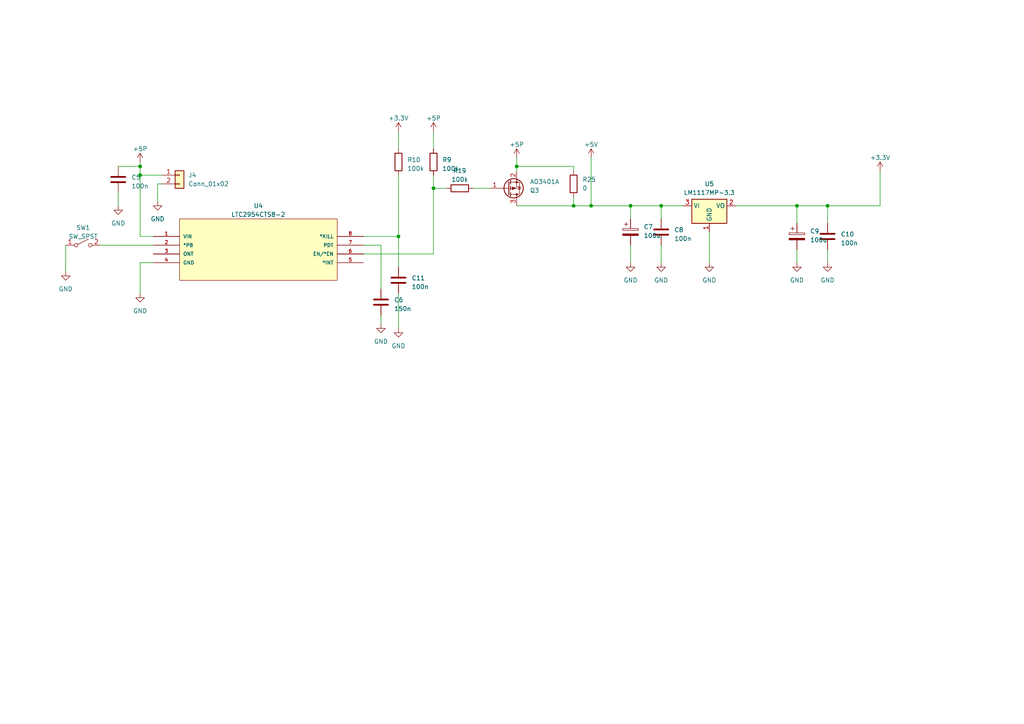
<source format=kicad_sch>
(kicad_sch (version 20231120) (generator "eeschema") (generator_version "8.0")
  (paper "A4")
  (lib_symbols
    (symbol "Connector_Generic:Conn_01x02" (pin_names (offset 1.016) hide)
      (property "Reference" "J" (at 0 2.54 0))
      (property "Value" "Conn_01x02" (at 0 -5.08 0))
      (symbol "Conn_01x02_1_1"
        (rectangle (start -1.27 -2.413) (end 0 -2.667) (stroke (width 0.1524)))
        (rectangle (start -1.27 0.127) (end 0 -0.127) (stroke (width 0.1524)))
        (rectangle (start -1.27 1.27) (end 1.27 -3.81) (stroke (width 0.254)) (fill (type background)))
        (pin passive line (at -5.08 0 0) (length 3.81) (name "Pin_1") (number "1"))
        (pin passive line (at -5.08 -2.54 0) (length 3.81) (name "Pin_2") (number "2"))
      )
    )
    (symbol "Device:C" (pin_numbers hide) (pin_names (offset 0.254))
      (property "Reference" "C" (at 0.635 2.54 0))
      (property "Value" "C" (at 0.635 -2.54 0))
      (symbol "C_0_1"
        (polyline (pts (xy -2.032 -0.762) (xy 2.032 -0.762)) (stroke (width 0.508)))
        (polyline (pts (xy -2.032 0.762) (xy 2.032 0.762)) (stroke (width 0.508)))
      )
      (symbol "C_1_1"
        (pin passive line (at 0 3.81 270) (length 2.794) (name "~") (number "1"))
        (pin passive line (at 0 -3.81 90) (length 2.794) (name "~") (number "2"))
      )
    )
    (symbol "Device:C_Polarized" (pin_numbers hide) (pin_names (offset 0.254))
      (property "Reference" "C" (at 0.635 2.54 0))
      (property "Value" "C_Polarized" (at 0.635 -2.54 0))
      (symbol "C_Polarized_0_1"
        (rectangle (start -2.286 0.508) (end 2.286 1.016))
        (polyline (pts (xy -1.778 2.286) (xy -0.762 2.286)))
        (polyline (pts (xy -1.27 2.794) (xy -1.27 1.778)))
        (rectangle (start 2.286 -0.508) (end -2.286 -1.016) (fill (type outline)))
      )
      (symbol "C_Polarized_1_1"
        (pin passive line (at 0 3.81 270) (length 2.794) (name "~") (number "1"))
        (pin passive line (at 0 -3.81 90) (length 2.794) (name "~") (number "2"))
      )
    )
    (symbol "Device:R" (pin_numbers hide) (pin_names (offset 0))
      (property "Reference" "R" (at 2.032 0 90))
      (property "Value" "R" (at 0 0 90))
      (symbol "R_0_1"
        (rectangle (start -1.016 -2.54) (end 1.016 2.54) (stroke (width 0.254)))
      )
      (symbol "R_1_1"
        (pin passive line (at 0 3.81 270) (length 1.27) (name "~") (number "1"))
        (pin passive line (at 0 -3.81 90) (length 1.27) (name "~") (number "2"))
      )
    )
    (symbol "LTC2954:LTC2954CTS8-2" (pin_names (offset 1.016))
      (property "Reference" "U" (at 25.7642 9.1216 0))
      (property "Value" "LTC2954CTS8-2" (at 25.1276 6.5804 0))
      (symbol "LTC2954CTS8-2_0_0"
        (rectangle (start 7.62 -12.7) (end 53.34 5.08) (stroke (width 0.1524)) (fill (type background)))
        (pin input line (at 0 0 0) (length 7.62) (name "VIN") (number "1"))
        (pin input line (at 0 -2.54 0) (length 7.62) (name "*PB") (number "2"))
        (pin input line (at 0 -5.08 0) (length 7.62) (name "ONT") (number "3"))
        (pin power_in line (at 0 -7.62 0) (length 7.62) (name "GND") (number "4"))
        (pin output line (at 60.96 -7.62 180) (length 7.62) (name "*INT") (number "5"))
        (pin output line (at 60.96 -5.08 180) (length 7.62) (name "EN/*EN") (number "6"))
        (pin input line (at 60.96 -2.54 180) (length 7.62) (name "PDT") (number "7"))
        (pin input line (at 60.96 0 180) (length 7.62) (name "*KILL") (number "8"))
      )
    )
    (symbol "Regulator_Linear:LM1117MP-3.3"
      (property "Reference" "U" (at -3.81 3.175 0))
      (property "Value" "LM1117MP-3.3" (at 0 3.175 0))
      (symbol "LM1117MP-3.3_0_1"
        (rectangle (start -5.08 -5.08) (end 5.08 1.905) (stroke (width 0.254)) (fill (type background)))
      )
      (symbol "LM1117MP-3.3_1_1"
        (pin power_in line (at 0 -7.62 90) (length 2.54) (name "GND") (number "1"))
        (pin power_out line (at 7.62 0 180) (length 2.54) (name "VO") (number "2"))
        (pin power_in line (at -7.62 0 0) (length 2.54) (name "VI") (number "3"))
      )
    )
    (symbol "Switch:SW_SPST" (pin_names (offset 0) hide)
      (property "Reference" "SW" (at 0 3.175 0))
      (property "Value" "SW_SPST" (at 0 -2.54 0))
      (symbol "SW_SPST_0_0"
        (circle (center -2.032 0) (radius 0.508))
        (polyline (pts (xy -1.524 0.254) (xy 1.524 1.778)))
        (circle (center 2.032 0) (radius 0.508))
      )
      (symbol "SW_SPST_1_1"
        (pin passive line (at -5.08 0 0) (length 2.54) (name "A") (number "1"))
        (pin passive line (at 5.08 0 180) (length 2.54) (name "B") (number "2"))
      )
    )
    (symbol "Transistor_FET:AO3401A" (pin_names hide)
      (property "Reference" "Q" (at 5.08 1.905 0))
      (property "Value" "AO3401A" (at 5.08 0 0))
      (symbol "AO3401A_0_1"
        (polyline (pts (xy 0.254 0) (xy -2.54 0)))
        (polyline (pts (xy 0.254 1.905) (xy 0.254 -1.905)) (stroke (width 0.254)))
        (polyline (pts (xy 0.762 -1.27) (xy 0.762 -2.286)) (stroke (width 0.254)))
        (polyline (pts (xy 0.762 0.508) (xy 0.762 -0.508)) (stroke (width 0.254)))
        (polyline (pts (xy 0.762 2.286) (xy 0.762 1.27)) (stroke (width 0.254)))
        (polyline (pts (xy 2.54 2.54) (xy 2.54 1.778)))
        (polyline (pts (xy 2.54 -2.54) (xy 2.54 0) (xy 0.762 0)))
        (polyline (pts (xy 0.762 1.778) (xy 3.302 1.778) (xy 3.302 -1.778) (xy 0.762 -1.778)))
        (polyline (pts (xy 2.286 0) (xy 1.27 0.381) (xy 1.27 -0.381) (xy 2.286 0)) (fill (type outline)))
        (polyline (pts (xy 2.794 -0.508) (xy 2.921 -0.381) (xy 3.683 -0.381) (xy 3.81 -0.254)))
        (polyline (pts (xy 3.302 -0.381) (xy 2.921 0.254) (xy 3.683 0.254) (xy 3.302 -0.381)))
        (circle (center 1.651 0) (radius 2.794) (stroke (width 0.254)))
        (circle (center 2.54 -1.778) (radius 0.254) (fill (type outline)))
        (circle (center 2.54 1.778) (radius 0.254) (fill (type outline)))
      )
      (symbol "AO3401A_1_1"
        (pin input line (at -5.08 0 0) (length 2.54) (name "G") (number "1"))
        (pin passive line (at 2.54 -5.08 90) (length 2.54) (name "S") (number "2"))
        (pin passive line (at 2.54 5.08 270) (length 2.54) (name "D") (number "3"))
      )
    )
    (symbol "power:+3.3V" (power) (pin_names (offset 0))
      (property "Value" "+3.3V" (at 0 3.556 0))
      (symbol "+3.3V_0_1"
        (polyline (pts (xy -0.762 1.27) (xy 0 2.54)))
        (polyline (pts (xy 0 0) (xy 0 2.54)))
        (polyline (pts (xy 0 2.54) (xy 0.762 1.27)))
      )
      (symbol "+3.3V_1_1"
        (pin power_in line (at 0 0 90) (length 0) hide (name "+3.3V") (number "1"))
      )
    )
    (symbol "power:+5P" (power) (pin_names (offset 0))
      (property "Value" "+5P" (at 0 3.556 0))
      (symbol "+5P_0_1"
        (polyline (pts (xy -0.762 1.27) (xy 0 2.54)))
        (polyline (pts (xy 0 0) (xy 0 2.54)))
        (polyline (pts (xy 0 2.54) (xy 0.762 1.27)))
      )
      (symbol "+5P_1_1"
        (pin power_in line (at 0 0 90) (length 0) hide (name "+5P") (number "1"))
      )
    )
    (symbol "power:+5V" (power) (pin_names (offset 0))
      (property "Value" "+5V" (at 0 3.556 0))
      (symbol "+5V_0_1"
        (polyline (pts (xy -0.762 1.27) (xy 0 2.54)))
        (polyline (pts (xy 0 0) (xy 0 2.54)))
        (polyline (pts (xy 0 2.54) (xy 0.762 1.27)))
      )
      (symbol "+5V_1_1"
        (pin power_in line (at 0 0 90) (length 0) hide (name "+5V") (number "1"))
      )
    )
    (symbol "power:GND" (power) (pin_names (offset 0))
      (property "Value" "GND" (at 0 -3.81 0))
      (symbol "GND_0_1"
        (polyline (pts (xy 0 0) (xy 0 -1.27) (xy 1.27 -1.27) (xy 0 -2.54) (xy -1.27 -1.27) (xy 0 -1.27)))
      )
      (symbol "GND_1_1"
        (pin power_in line (at 0 0 270) (length 0) hide (name "GND") (number "1"))
      )
    )
  )
  (junction (at 125.73 54.61))
  (junction (at 191.77 59.69))
  (junction (at 231.14 59.69))
  (junction (at 240.03 59.69))
  (junction (at 115.57 68.58))
  (junction (at 171.45 59.69))
  (junction (at 40.64 48.26))
  (junction (at 40.64 50.8))
  (junction (at 182.88 59.69))
  (junction (at 166.37 59.69))
  (junction (at 149.86 48.26))
  (wire (pts (xy 166.37 48.26) (xy 149.86 48.26)))
  (wire (pts (xy 182.88 59.69) (xy 191.77 59.69)))
  (wire (pts (xy 115.57 68.58) (xy 115.57 77.47)))
  (wire (pts (xy 166.37 49.53) (xy 166.37 48.26)))
  (wire (pts (xy 105.41 71.12) (xy 110.49 71.12)))
  (wire (pts (xy 171.45 59.69) (xy 171.45 45.72)))
  (wire (pts (xy 240.03 59.69) (xy 240.03 64.77)))
  (wire (pts (xy 40.64 50.8) (xy 40.64 68.58)))
  (wire (pts (xy 205.74 67.31) (xy 205.74 76.2)))
  (wire (pts (xy 115.57 85.09) (xy 115.57 95.25)))
  (wire (pts (xy 149.86 45.72) (xy 149.86 48.26)))
  (wire (pts (xy 171.45 59.69) (xy 182.88 59.69)))
  (wire (pts (xy 110.49 71.12) (xy 110.49 83.82)))
  (wire (pts (xy 105.41 73.66) (xy 125.73 73.66)))
  (wire (pts (xy 125.73 38.1) (xy 125.73 43.18)))
  (wire (pts (xy 240.03 59.69) (xy 255.27 59.69)))
  (wire (pts (xy 19.05 71.12) (xy 19.05 78.74)))
  (wire (pts (xy 231.14 72.39) (xy 231.14 76.2)))
  (wire (pts (xy 40.64 68.58) (xy 44.45 68.58)))
  (wire (pts (xy 40.64 46.99) (xy 40.64 48.26)))
  (wire (pts (xy 166.37 59.69) (xy 171.45 59.69)))
  (wire (pts (xy 125.73 50.8) (xy 125.73 54.61)))
  (wire (pts (xy 45.72 53.34) (xy 45.72 58.42)))
  (wire (pts (xy 29.21 71.12) (xy 44.45 71.12)))
  (wire (pts (xy 34.29 55.88) (xy 34.29 59.69)))
  (wire (pts (xy 115.57 68.58) (xy 105.41 68.58)))
  (wire (pts (xy 40.64 50.8) (xy 46.99 50.8)))
  (wire (pts (xy 46.99 53.34) (xy 45.72 53.34)))
  (wire (pts (xy 191.77 59.69) (xy 198.12 59.69)))
  (wire (pts (xy 166.37 57.15) (xy 166.37 59.69)))
  (wire (pts (xy 115.57 50.8) (xy 115.57 68.58)))
  (wire (pts (xy 149.86 59.69) (xy 166.37 59.69)))
  (wire (pts (xy 191.77 71.12) (xy 191.77 76.2)))
  (wire (pts (xy 231.14 59.69) (xy 231.14 64.77)))
  (wire (pts (xy 240.03 72.39) (xy 240.03 76.2)))
  (wire (pts (xy 182.88 59.69) (xy 182.88 63.5)))
  (wire (pts (xy 182.88 71.12) (xy 182.88 76.2)))
  (wire (pts (xy 110.49 91.44) (xy 110.49 93.98)))
  (wire (pts (xy 40.64 48.26) (xy 40.64 50.8)))
  (wire (pts (xy 44.45 76.2) (xy 40.64 76.2)))
  (wire (pts (xy 191.77 59.69) (xy 191.77 63.5)))
  (wire (pts (xy 231.14 59.69) (xy 240.03 59.69)))
  (wire (pts (xy 137.16 54.61) (xy 142.24 54.61)))
  (wire (pts (xy 34.29 48.26) (xy 40.64 48.26)))
  (wire (pts (xy 213.36 59.69) (xy 231.14 59.69)))
  (wire (pts (xy 149.86 48.26) (xy 149.86 49.53)))
  (wire (pts (xy 255.27 59.69) (xy 255.27 49.53)))
  (wire (pts (xy 125.73 54.61) (xy 125.73 73.66)))
  (wire (pts (xy 125.73 54.61) (xy 129.54 54.61)))
  (wire (pts (xy 115.57 38.1) (xy 115.57 43.18)))
  (wire (pts (xy 40.64 76.2) (xy 40.64 85.09)))
  (symbol (lib_id "Transistor_FET:AO3401A") (at 147.32 54.61 0) (mirror x) (unit 1)
    (property "Reference" "Q3" (at 153.67 55.245 0) (effects (justify left)))
    (property "Value" "AO3401A" (at 153.67 52.705 0) (effects (justify left)))
    (property "Footprint" "Package_TO_SOT_SMD:SOT-23" (effects (hide yes)))
    (property "Datasheet" "http://www.aosmd.com/pdfs/datasheet/AO3401A.pdf" (effects (hide yes)))
  )
  (symbol (lib_id "LTC2954:LTC2954CTS8-2") (at 44.45 68.58 0) (unit 1)
    (property "Reference" "U4" (at 74.93 59.69 0))
    (property "Value" "LTC2954CTS8-2" (at 74.93 62.23 0))
    (property "Footprint" "Package_TO_SOT_SMD:TSOT-23-8_HandSoldering" (effects (hide yes)))
    (property "MANUFACTURER_PART_NUMBER" "ltc2954cts82" (effects (hide yes)))
    (property "VENDOR" "Linear Technology" (effects (hide yes)))
  )
  (symbol (lib_id "power:GND") (at 19.05 78.74 0) (unit 1)
    (property "Reference" "#PWR018" (effects (hide yes)))
    (property "Value" "GND" (at 19.05 83.82 0))
  )
  (symbol (lib_id "Device:C") (at 110.49 87.63 0) (unit 1)
    (property "Reference" "C6" (at 114.3 86.995 0) (effects (justify left)))
    (property "Value" "150n" (at 114.3 89.535 0) (effects (justify left)))
    (property "Footprint" "Capacitor_SMD:C_0402_1005Metric_Pad0.74x0.62mm_HandSolder" (effects (hide yes)))
  )
  (symbol (lib_id "power:GND") (at 34.29 59.69 0) (unit 1)
    (property "Reference" "#PWR017" (effects (hide yes)))
    (property "Value" "GND" (at 34.29 64.77 0))
  )
  (symbol (lib_id "power:GND") (at 205.74 76.2 0) (unit 1)
    (property "Reference" "#PWR025" (effects (hide yes)))
    (property "Value" "GND" (at 205.74 81.28 0))
  )
  (symbol (lib_id "power:GND") (at 115.57 95.25 0) (unit 1)
    (property "Reference" "#PWR030" (effects (hide yes)))
    (property "Value" "GND" (at 115.57 100.33 0))
  )
  (symbol (lib_id "Device:C") (at 191.77 67.31 0) (unit 1)
    (property "Reference" "C8" (at 195.58 66.675 0) (effects (justify left)))
    (property "Value" "100n" (at 195.58 69.215 0) (effects (justify left)))
    (property "Footprint" "Capacitor_SMD:C_0402_1005Metric_Pad0.74x0.62mm_HandSolder" (effects (hide yes)))
  )
  (symbol (lib_id "Device:R") (at 166.37 53.34 0) (unit 1)
    (property "Reference" "R25" (at 168.91 52.07 0) (effects (justify left)))
    (property "Value" "0" (at 168.91 54.61 0) (effects (justify left)))
    (property "Footprint" "Resistor_SMD:R_0805_2012Metric_Pad1.20x1.40mm_HandSolder" (effects (hide yes)))
  )
  (symbol (lib_id "power:GND") (at 110.49 93.98 0) (unit 1)
    (property "Reference" "#PWR019" (effects (hide yes)))
    (property "Value" "GND" (at 110.49 99.06 0))
  )
  (symbol (lib_id "power:+5V") (at 171.45 45.72 0) (unit 1)
    (property "Reference" "#PWR022" (effects (hide yes)))
    (property "Value" "+5V" (at 171.45 41.91 0))
  )
  (symbol (lib_id "power:+5P") (at 125.73 38.1 0) (unit 1)
    (property "Reference" "#PWR021" (effects (hide yes)))
    (property "Value" "+5P" (at 125.73 34.29 0))
  )
  (symbol (lib_id "power:GND") (at 231.14 76.2 0) (unit 1)
    (property "Reference" "#PWR026" (effects (hide yes)))
    (property "Value" "GND" (at 231.14 81.28 0))
  )
  (symbol (lib_id "power:GND") (at 45.72 58.42 0) (unit 1)
    (property "Reference" "#PWR060" (effects (hide yes)))
    (property "Value" "GND" (at 45.72 63.5 0))
  )
  (symbol (lib_id "Device:C") (at 115.57 81.28 0) (unit 1)
    (property "Reference" "C11" (at 119.38 80.645 0) (effects (justify left)))
    (property "Value" "100n" (at 119.38 83.185 0) (effects (justify left)))
    (property "Footprint" "Capacitor_SMD:C_0402_1005Metric_Pad0.74x0.62mm_HandSolder" (effects (hide yes)))
  )
  (symbol (lib_id "power:GND") (at 182.88 76.2 0) (unit 1)
    (property "Reference" "#PWR023" (effects (hide yes)))
    (property "Value" "GND" (at 182.88 81.28 0))
  )
  (symbol (lib_id "power:GND") (at 240.03 76.2 0) (unit 1)
    (property "Reference" "#PWR027" (effects (hide yes)))
    (property "Value" "GND" (at 240.03 81.28 0))
  )
  (symbol (lib_id "power:GND") (at 191.77 76.2 0) (unit 1)
    (property "Reference" "#PWR024" (effects (hide yes)))
    (property "Value" "GND" (at 191.77 81.28 0))
  )
  (symbol (lib_id "power:+5P") (at 149.86 45.72 0) (unit 1)
    (property "Reference" "#PWR020" (effects (hide yes)))
    (property "Value" "+5P" (at 149.86 41.91 0))
  )
  (symbol (lib_id "Device:C") (at 34.29 52.07 0) (unit 1)
    (property "Reference" "C5" (at 38.1 51.435 0) (effects (justify left)))
    (property "Value" "100n" (at 38.1 53.975 0) (effects (justify left)))
    (property "Footprint" "Capacitor_SMD:C_0402_1005Metric_Pad0.74x0.62mm_HandSolder" (effects (hide yes)))
  )
  (symbol (lib_id "Device:R") (at 133.35 54.61 90) (unit 1)
    (property "Reference" "R19" (at 133.35 49.53 90))
    (property "Value" "100k" (at 133.35 52.07 90))
    (property "Footprint" "Resistor_SMD:R_0805_2012Metric_Pad1.20x1.40mm_HandSolder" (effects (hide yes)))
  )
  (symbol (lib_id "power:+3.3V") (at 115.57 38.1 0) (unit 1)
    (property "Reference" "#PWR029" (effects (hide yes)))
    (property "Value" "+3.3V" (at 115.57 34.29 0))
  )
  (symbol (lib_id "Device:C_Polarized") (at 182.88 67.31 0) (unit 1)
    (property "Reference" "C7" (at 186.69 65.786 0) (effects (justify left)))
    (property "Value" "100u" (at 186.69 68.326 0) (effects (justify left)))
    (property "Footprint" "Capacitor_Tantalum_SMD:CP_EIA-7343-15_Kemet-W_Pad2.25x2.55mm_HandSolder" (effects (hide yes)))
  )
  (symbol (lib_id "power:GND") (at 40.64 85.09 0) (unit 1)
    (property "Reference" "#PWR016" (effects (hide yes)))
    (property "Value" "GND" (at 40.64 90.17 0))
  )
  (symbol (lib_id "Device:R") (at 125.73 46.99 0) (unit 1)
    (property "Reference" "R9" (at 128.27 46.355 0) (effects (justify left)))
    (property "Value" "100k" (at 128.27 48.895 0) (effects (justify left)))
    (property "Footprint" "Resistor_SMD:R_0805_2012Metric_Pad1.20x1.40mm_HandSolder" (effects (hide yes)))
  )
  (symbol (lib_id "Device:C_Polarized") (at 231.14 68.58 0) (unit 1)
    (property "Reference" "C9" (at 234.95 67.056 0) (effects (justify left)))
    (property "Value" "100u" (at 234.95 69.596 0) (effects (justify left)))
    (property "Footprint" "Capacitor_Tantalum_SMD:CP_EIA-7343-15_Kemet-W_Pad2.25x2.55mm_HandSolder" (effects (hide yes)))
  )
  (symbol (lib_id "Device:R") (at 115.57 46.99 0) (unit 1)
    (property "Reference" "R10" (at 118.11 46.355 0) (effects (justify left)))
    (property "Value" "100k" (at 118.11 48.895 0) (effects (justify left)))
    (property "Footprint" "Resistor_SMD:R_0603_1608Metric_Pad0.98x0.95mm_HandSolder" (effects (hide yes)))
  )
  (symbol (lib_id "Regulator_Linear:LM1117MP-3.3") (at 205.74 59.69 0) (unit 1)
    (property "Reference" "U5" (at 205.74 53.34 0))
    (property "Value" "LM1117MP-3.3" (at 205.74 55.88 0))
    (property "Footprint" "Package_TO_SOT_SMD:SOT-223-3_TabPin2" (effects (hide yes)))
    (property "Datasheet" "http://www.ti.com/lit/ds/symlink/lm1117.pdf" (effects (hide yes)))
  )
  (symbol (lib_id "Connector_Generic:Conn_01x02") (at 52.07 50.8 0) (unit 1)
    (property "Reference" "J4" (at 54.61 50.8 0) (effects (justify left)))
    (property "Value" "Conn_01x02" (at 54.61 53.34 0) (effects (justify left)))
    (property "Footprint" "Connector_PinHeader_2.54mm:PinHeader_1x02_P2.54mm_Vertical" (effects (hide yes)))
  )
  (symbol (lib_id "power:+5P") (at 40.64 46.99 0) (unit 1)
    (property "Reference" "#PWR015" (effects (hide yes)))
    (property "Value" "+5P" (at 40.64 43.18 0))
  )
  (symbol (lib_id "power:+3.3V") (at 255.27 49.53 0) (unit 1)
    (property "Reference" "#PWR028" (effects (hide yes)))
    (property "Value" "+3.3V" (at 255.27 45.72 0))
  )
  (symbol (lib_id "Device:C") (at 240.03 68.58 0) (unit 1)
    (property "Reference" "C10" (at 243.84 67.945 0) (effects (justify left)))
    (property "Value" "100n" (at 243.84 70.485 0) (effects (justify left)))
    (property "Footprint" "Capacitor_SMD:C_0402_1005Metric_Pad0.74x0.62mm_HandSolder" (effects (hide yes)))
  )
  (symbol (lib_id "Switch:SW_SPST") (at 24.13 71.12 0) (unit 1)
    (property "Reference" "SW1" (at 24.13 66.04 0))
    (property "Value" "SW_SPST" (at 24.13 68.58 0))
    (property "Footprint" "Connector_PinSocket_2.00mm:PinSocket_1x02_P2.00mm_Vertical" (effects (hide yes)))
  )
)
</source>
